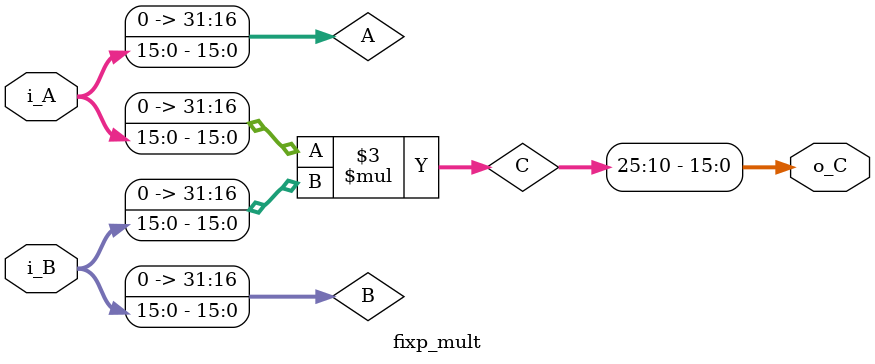
<source format=v>

module fixp_mult (
        i_A,
        i_B,
        o_C
    );

    parameter Q = 10;
    parameter N = 16;

    input [N-1:0] i_A, i_B;
    output [N-1:0] o_C;

    wire [(2*N) - 1 : 0] A, B, C;
   
    always @(i_A, i_B) begin
        A <= i_A;
        B <= i_B;
    end
    
    always @(A, B) begin
        C <= A * B;
    end

    always @(C) begin
        o_C <= C[N+Q-1 : Q]; // Truncate
    end

endmodule

</source>
